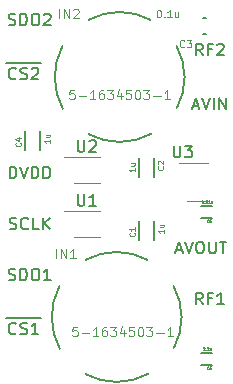
<source format=gbr>
G04 #@! TF.GenerationSoftware,KiCad,Pcbnew,5.0.2-bee76a0~70~ubuntu16.04.1*
G04 #@! TF.CreationDate,2019-01-24T21:22:35-05:00*
G04 #@! TF.ProjectId,pcb,7063622e-6b69-4636-9164-5f7063625858,v01*
G04 #@! TF.SameCoordinates,Original*
G04 #@! TF.FileFunction,Legend,Top*
G04 #@! TF.FilePolarity,Positive*
%FSLAX46Y46*%
G04 Gerber Fmt 4.6, Leading zero omitted, Abs format (unit mm)*
G04 Created by KiCad (PCBNEW 5.0.2-bee76a0~70~ubuntu16.04.1) date Thu 24 Jan 2019 09:22:35 PM EST*
%MOMM*%
%LPD*%
G01*
G04 APERTURE LIST*
%ADD10C,0.127000*%
%ADD11C,0.120000*%
%ADD12C,0.050000*%
%ADD13C,0.150000*%
G04 APERTURE END LIST*
D10*
G04 #@! TO.C,IN1*
X106351498Y-101827681D02*
G75*
G02X111612000Y-101853000I2607128J-4816911D01*
G01*
X104161942Y-109372600D02*
G75*
G02X104139000Y-104034000I4915015J2690471D01*
G01*
X111658600Y-111484058D02*
G75*
G02X106320000Y-111507000I-2690471J4915015D01*
G01*
X113795378Y-104061856D02*
G75*
G02X113817400Y-109296200I-4819268J-2637494D01*
G01*
G04 #@! TO.C,IN2*
X114049378Y-83741856D02*
G75*
G02X114071400Y-88976200I-4819268J-2637494D01*
G01*
X111912600Y-91164058D02*
G75*
G02X106574000Y-91187000I-2690471J4915015D01*
G01*
X104415942Y-89052600D02*
G75*
G02X104393000Y-83714000I4915015J2690471D01*
G01*
X106605498Y-81507681D02*
G75*
G02X111866000Y-81533000I2607128J-4816911D01*
G01*
D11*
G04 #@! TO.C,U1*
X107526000Y-99906000D02*
X105326000Y-99906000D01*
X107526000Y-97706000D02*
X104526000Y-97706000D01*
G04 #@! TO.C,U2*
X107526000Y-93134000D02*
X104526000Y-93134000D01*
X107526000Y-95334000D02*
X105326000Y-95334000D01*
G04 #@! TO.C,U3*
X114924000Y-96860000D02*
X116724000Y-96860000D01*
X116724000Y-93640000D02*
X114274000Y-93640000D01*
D10*
G04 #@! TO.C,C1*
X112151000Y-100114000D02*
X112151000Y-98514000D01*
X110861000Y-100114000D02*
X110861000Y-98514000D01*
G04 #@! TO.C,C2*
X112151000Y-93180000D02*
X112151000Y-94780000D01*
X110861000Y-93180000D02*
X110861000Y-94780000D01*
G04 #@! TO.C,C3*
X116548000Y-82692000D02*
X116248000Y-82692000D01*
X116548000Y-81392000D02*
X116248000Y-81392000D01*
G04 #@! TO.C,C4*
X101209000Y-92494000D02*
X101209000Y-90894000D01*
X102499000Y-92494000D02*
X102499000Y-90894000D01*
G04 #@! TO.C,C5*
X116086000Y-98270000D02*
X117086000Y-98270000D01*
X117086000Y-97310000D02*
X116086000Y-97310000D01*
G04 #@! TO.C,C6*
X116086000Y-110716000D02*
X117086000Y-110716000D01*
X117086000Y-109756000D02*
X116086000Y-109756000D01*
G04 #@! TO.C,IN1*
D12*
X103847055Y-101708332D02*
X103847055Y-100907387D01*
X104228457Y-101708332D02*
X104228457Y-100907387D01*
X104686140Y-101708332D01*
X104686140Y-100907387D01*
X105487085Y-101708332D02*
X105029402Y-101708332D01*
X105258243Y-101708332D02*
X105258243Y-100907387D01*
X105181963Y-101021807D01*
X105105682Y-101098088D01*
X105029402Y-101136228D01*
X105625625Y-107511818D02*
X105244598Y-107511818D01*
X105206496Y-107892845D01*
X105244598Y-107854743D01*
X105320804Y-107816640D01*
X105511317Y-107816640D01*
X105587523Y-107854743D01*
X105625625Y-107892845D01*
X105663728Y-107969051D01*
X105663728Y-108159564D01*
X105625625Y-108235770D01*
X105587523Y-108273873D01*
X105511317Y-108311975D01*
X105320804Y-108311975D01*
X105244598Y-108273873D01*
X105206496Y-108235770D01*
X106006653Y-108007154D02*
X106616296Y-108007154D01*
X107416453Y-108311975D02*
X106959220Y-108311975D01*
X107187837Y-108311975D02*
X107187837Y-107511818D01*
X107111631Y-107626126D01*
X107035426Y-107702332D01*
X106959220Y-107740435D01*
X108102302Y-107511818D02*
X107949891Y-107511818D01*
X107873686Y-107549921D01*
X107835583Y-107588024D01*
X107759377Y-107702332D01*
X107721275Y-107854743D01*
X107721275Y-108159564D01*
X107759377Y-108235770D01*
X107797480Y-108273873D01*
X107873686Y-108311975D01*
X108026096Y-108311975D01*
X108102302Y-108273873D01*
X108140405Y-108235770D01*
X108178507Y-108159564D01*
X108178507Y-107969051D01*
X108140405Y-107892845D01*
X108102302Y-107854743D01*
X108026096Y-107816640D01*
X107873686Y-107816640D01*
X107797480Y-107854743D01*
X107759377Y-107892845D01*
X107721275Y-107969051D01*
X108445226Y-107511818D02*
X108940562Y-107511818D01*
X108673843Y-107816640D01*
X108788151Y-107816640D01*
X108864356Y-107854743D01*
X108902459Y-107892845D01*
X108940562Y-107969051D01*
X108940562Y-108159564D01*
X108902459Y-108235770D01*
X108864356Y-108273873D01*
X108788151Y-108311975D01*
X108559534Y-108311975D01*
X108483329Y-108273873D01*
X108445226Y-108235770D01*
X109626410Y-107778537D02*
X109626410Y-108311975D01*
X109435897Y-107473716D02*
X109245383Y-108045256D01*
X109740719Y-108045256D01*
X110426567Y-107511818D02*
X110045540Y-107511818D01*
X110007438Y-107892845D01*
X110045540Y-107854743D01*
X110121746Y-107816640D01*
X110312259Y-107816640D01*
X110388465Y-107854743D01*
X110426567Y-107892845D01*
X110464670Y-107969051D01*
X110464670Y-108159564D01*
X110426567Y-108235770D01*
X110388465Y-108273873D01*
X110312259Y-108311975D01*
X110121746Y-108311975D01*
X110045540Y-108273873D01*
X110007438Y-108235770D01*
X110960005Y-107511818D02*
X111036211Y-107511818D01*
X111112416Y-107549921D01*
X111150519Y-107588024D01*
X111188622Y-107664229D01*
X111226724Y-107816640D01*
X111226724Y-108007154D01*
X111188622Y-108159564D01*
X111150519Y-108235770D01*
X111112416Y-108273873D01*
X111036211Y-108311975D01*
X110960005Y-108311975D01*
X110883800Y-108273873D01*
X110845697Y-108235770D01*
X110807595Y-108159564D01*
X110769492Y-108007154D01*
X110769492Y-107816640D01*
X110807595Y-107664229D01*
X110845697Y-107588024D01*
X110883800Y-107549921D01*
X110960005Y-107511818D01*
X111493443Y-107511818D02*
X111988779Y-107511818D01*
X111722060Y-107816640D01*
X111836368Y-107816640D01*
X111912573Y-107854743D01*
X111950676Y-107892845D01*
X111988779Y-107969051D01*
X111988779Y-108159564D01*
X111950676Y-108235770D01*
X111912573Y-108273873D01*
X111836368Y-108311975D01*
X111607752Y-108311975D01*
X111531546Y-108273873D01*
X111493443Y-108235770D01*
X112331703Y-108007154D02*
X112941347Y-108007154D01*
X113741504Y-108311975D02*
X113284271Y-108311975D01*
X113512887Y-108311975D02*
X113512887Y-107511818D01*
X113436682Y-107626126D01*
X113360476Y-107702332D01*
X113284271Y-107740435D01*
G04 #@! TO.C,IN2*
X104101055Y-81388332D02*
X104101055Y-80587387D01*
X104482457Y-81388332D02*
X104482457Y-80587387D01*
X104940140Y-81388332D01*
X104940140Y-80587387D01*
X105283402Y-80663667D02*
X105321542Y-80625527D01*
X105397823Y-80587387D01*
X105588524Y-80587387D01*
X105664804Y-80625527D01*
X105702945Y-80663667D01*
X105741085Y-80739948D01*
X105741085Y-80816228D01*
X105702945Y-80930649D01*
X105245262Y-81388332D01*
X105741085Y-81388332D01*
X105371625Y-87445818D02*
X104990598Y-87445818D01*
X104952496Y-87826845D01*
X104990598Y-87788743D01*
X105066804Y-87750640D01*
X105257317Y-87750640D01*
X105333523Y-87788743D01*
X105371625Y-87826845D01*
X105409728Y-87903051D01*
X105409728Y-88093564D01*
X105371625Y-88169770D01*
X105333523Y-88207873D01*
X105257317Y-88245975D01*
X105066804Y-88245975D01*
X104990598Y-88207873D01*
X104952496Y-88169770D01*
X105752653Y-87941154D02*
X106362296Y-87941154D01*
X107162453Y-88245975D02*
X106705220Y-88245975D01*
X106933837Y-88245975D02*
X106933837Y-87445818D01*
X106857631Y-87560126D01*
X106781426Y-87636332D01*
X106705220Y-87674435D01*
X107848302Y-87445818D02*
X107695891Y-87445818D01*
X107619686Y-87483921D01*
X107581583Y-87522024D01*
X107505377Y-87636332D01*
X107467275Y-87788743D01*
X107467275Y-88093564D01*
X107505377Y-88169770D01*
X107543480Y-88207873D01*
X107619686Y-88245975D01*
X107772096Y-88245975D01*
X107848302Y-88207873D01*
X107886405Y-88169770D01*
X107924507Y-88093564D01*
X107924507Y-87903051D01*
X107886405Y-87826845D01*
X107848302Y-87788743D01*
X107772096Y-87750640D01*
X107619686Y-87750640D01*
X107543480Y-87788743D01*
X107505377Y-87826845D01*
X107467275Y-87903051D01*
X108191226Y-87445818D02*
X108686562Y-87445818D01*
X108419843Y-87750640D01*
X108534151Y-87750640D01*
X108610356Y-87788743D01*
X108648459Y-87826845D01*
X108686562Y-87903051D01*
X108686562Y-88093564D01*
X108648459Y-88169770D01*
X108610356Y-88207873D01*
X108534151Y-88245975D01*
X108305534Y-88245975D01*
X108229329Y-88207873D01*
X108191226Y-88169770D01*
X109372410Y-87712537D02*
X109372410Y-88245975D01*
X109181897Y-87407716D02*
X108991383Y-87979256D01*
X109486719Y-87979256D01*
X110172567Y-87445818D02*
X109791540Y-87445818D01*
X109753438Y-87826845D01*
X109791540Y-87788743D01*
X109867746Y-87750640D01*
X110058259Y-87750640D01*
X110134465Y-87788743D01*
X110172567Y-87826845D01*
X110210670Y-87903051D01*
X110210670Y-88093564D01*
X110172567Y-88169770D01*
X110134465Y-88207873D01*
X110058259Y-88245975D01*
X109867746Y-88245975D01*
X109791540Y-88207873D01*
X109753438Y-88169770D01*
X110706005Y-87445818D02*
X110782211Y-87445818D01*
X110858416Y-87483921D01*
X110896519Y-87522024D01*
X110934622Y-87598229D01*
X110972724Y-87750640D01*
X110972724Y-87941154D01*
X110934622Y-88093564D01*
X110896519Y-88169770D01*
X110858416Y-88207873D01*
X110782211Y-88245975D01*
X110706005Y-88245975D01*
X110629800Y-88207873D01*
X110591697Y-88169770D01*
X110553595Y-88093564D01*
X110515492Y-87941154D01*
X110515492Y-87750640D01*
X110553595Y-87598229D01*
X110591697Y-87522024D01*
X110629800Y-87483921D01*
X110706005Y-87445818D01*
X111239443Y-87445818D02*
X111734779Y-87445818D01*
X111468060Y-87750640D01*
X111582368Y-87750640D01*
X111658573Y-87788743D01*
X111696676Y-87826845D01*
X111734779Y-87903051D01*
X111734779Y-88093564D01*
X111696676Y-88169770D01*
X111658573Y-88207873D01*
X111582368Y-88245975D01*
X111353752Y-88245975D01*
X111277546Y-88207873D01*
X111239443Y-88169770D01*
X112077703Y-87941154D02*
X112687347Y-87941154D01*
X113487504Y-88245975D02*
X113030271Y-88245975D01*
X113258887Y-88245975D02*
X113258887Y-87445818D01*
X113182682Y-87560126D01*
X113106476Y-87636332D01*
X113030271Y-87674435D01*
G04 #@! TO.C,RF1*
D13*
X116244761Y-105608380D02*
X115911428Y-105132190D01*
X115673333Y-105608380D02*
X115673333Y-104608380D01*
X116054285Y-104608380D01*
X116149523Y-104656000D01*
X116197142Y-104703619D01*
X116244761Y-104798857D01*
X116244761Y-104941714D01*
X116197142Y-105036952D01*
X116149523Y-105084571D01*
X116054285Y-105132190D01*
X115673333Y-105132190D01*
X117006666Y-105084571D02*
X116673333Y-105084571D01*
X116673333Y-105608380D02*
X116673333Y-104608380D01*
X117149523Y-104608380D01*
X118054285Y-105608380D02*
X117482857Y-105608380D01*
X117768571Y-105608380D02*
X117768571Y-104608380D01*
X117673333Y-104751238D01*
X117578095Y-104846476D01*
X117482857Y-104894095D01*
G04 #@! TO.C,RF2*
X116244761Y-84526380D02*
X115911428Y-84050190D01*
X115673333Y-84526380D02*
X115673333Y-83526380D01*
X116054285Y-83526380D01*
X116149523Y-83574000D01*
X116197142Y-83621619D01*
X116244761Y-83716857D01*
X116244761Y-83859714D01*
X116197142Y-83954952D01*
X116149523Y-84002571D01*
X116054285Y-84050190D01*
X115673333Y-84050190D01*
X117006666Y-84002571D02*
X116673333Y-84002571D01*
X116673333Y-84526380D02*
X116673333Y-83526380D01*
X117149523Y-83526380D01*
X117482857Y-83621619D02*
X117530476Y-83574000D01*
X117625714Y-83526380D01*
X117863809Y-83526380D01*
X117959047Y-83574000D01*
X118006666Y-83621619D01*
X118054285Y-83716857D01*
X118054285Y-83812095D01*
X118006666Y-83954952D01*
X117435238Y-84526380D01*
X118054285Y-84526380D01*
G04 #@! TO.C,SDO1*
X99814285Y-103528761D02*
X99957142Y-103576380D01*
X100195238Y-103576380D01*
X100290476Y-103528761D01*
X100338095Y-103481142D01*
X100385714Y-103385904D01*
X100385714Y-103290666D01*
X100338095Y-103195428D01*
X100290476Y-103147809D01*
X100195238Y-103100190D01*
X100004761Y-103052571D01*
X99909523Y-103004952D01*
X99861904Y-102957333D01*
X99814285Y-102862095D01*
X99814285Y-102766857D01*
X99861904Y-102671619D01*
X99909523Y-102624000D01*
X100004761Y-102576380D01*
X100242857Y-102576380D01*
X100385714Y-102624000D01*
X100814285Y-103576380D02*
X100814285Y-102576380D01*
X101052380Y-102576380D01*
X101195238Y-102624000D01*
X101290476Y-102719238D01*
X101338095Y-102814476D01*
X101385714Y-103004952D01*
X101385714Y-103147809D01*
X101338095Y-103338285D01*
X101290476Y-103433523D01*
X101195238Y-103528761D01*
X101052380Y-103576380D01*
X100814285Y-103576380D01*
X102004761Y-102576380D02*
X102195238Y-102576380D01*
X102290476Y-102624000D01*
X102385714Y-102719238D01*
X102433333Y-102909714D01*
X102433333Y-103243047D01*
X102385714Y-103433523D01*
X102290476Y-103528761D01*
X102195238Y-103576380D01*
X102004761Y-103576380D01*
X101909523Y-103528761D01*
X101814285Y-103433523D01*
X101766666Y-103243047D01*
X101766666Y-102909714D01*
X101814285Y-102719238D01*
X101909523Y-102624000D01*
X102004761Y-102576380D01*
X103385714Y-103576380D02*
X102814285Y-103576380D01*
X103100000Y-103576380D02*
X103100000Y-102576380D01*
X103004761Y-102719238D01*
X102909523Y-102814476D01*
X102814285Y-102862095D01*
G04 #@! TO.C,~CS1*
X99639619Y-106781000D02*
X100639619Y-106781000D01*
X100449142Y-108053142D02*
X100401523Y-108100761D01*
X100258666Y-108148380D01*
X100163428Y-108148380D01*
X100020571Y-108100761D01*
X99925333Y-108005523D01*
X99877714Y-107910285D01*
X99830095Y-107719809D01*
X99830095Y-107576952D01*
X99877714Y-107386476D01*
X99925333Y-107291238D01*
X100020571Y-107196000D01*
X100163428Y-107148380D01*
X100258666Y-107148380D01*
X100401523Y-107196000D01*
X100449142Y-107243619D01*
X100639619Y-106781000D02*
X101592000Y-106781000D01*
X100830095Y-108100761D02*
X100972952Y-108148380D01*
X101211047Y-108148380D01*
X101306285Y-108100761D01*
X101353904Y-108053142D01*
X101401523Y-107957904D01*
X101401523Y-107862666D01*
X101353904Y-107767428D01*
X101306285Y-107719809D01*
X101211047Y-107672190D01*
X101020571Y-107624571D01*
X100925333Y-107576952D01*
X100877714Y-107529333D01*
X100830095Y-107434095D01*
X100830095Y-107338857D01*
X100877714Y-107243619D01*
X100925333Y-107196000D01*
X101020571Y-107148380D01*
X101258666Y-107148380D01*
X101401523Y-107196000D01*
X101592000Y-106781000D02*
X102544380Y-106781000D01*
X102353904Y-108148380D02*
X101782476Y-108148380D01*
X102068190Y-108148380D02*
X102068190Y-107148380D01*
X101972952Y-107291238D01*
X101877714Y-107386476D01*
X101782476Y-107434095D01*
G04 #@! TO.C,SDO2*
X99814285Y-81938761D02*
X99957142Y-81986380D01*
X100195238Y-81986380D01*
X100290476Y-81938761D01*
X100338095Y-81891142D01*
X100385714Y-81795904D01*
X100385714Y-81700666D01*
X100338095Y-81605428D01*
X100290476Y-81557809D01*
X100195238Y-81510190D01*
X100004761Y-81462571D01*
X99909523Y-81414952D01*
X99861904Y-81367333D01*
X99814285Y-81272095D01*
X99814285Y-81176857D01*
X99861904Y-81081619D01*
X99909523Y-81034000D01*
X100004761Y-80986380D01*
X100242857Y-80986380D01*
X100385714Y-81034000D01*
X100814285Y-81986380D02*
X100814285Y-80986380D01*
X101052380Y-80986380D01*
X101195238Y-81034000D01*
X101290476Y-81129238D01*
X101338095Y-81224476D01*
X101385714Y-81414952D01*
X101385714Y-81557809D01*
X101338095Y-81748285D01*
X101290476Y-81843523D01*
X101195238Y-81938761D01*
X101052380Y-81986380D01*
X100814285Y-81986380D01*
X102004761Y-80986380D02*
X102195238Y-80986380D01*
X102290476Y-81034000D01*
X102385714Y-81129238D01*
X102433333Y-81319714D01*
X102433333Y-81653047D01*
X102385714Y-81843523D01*
X102290476Y-81938761D01*
X102195238Y-81986380D01*
X102004761Y-81986380D01*
X101909523Y-81938761D01*
X101814285Y-81843523D01*
X101766666Y-81653047D01*
X101766666Y-81319714D01*
X101814285Y-81129238D01*
X101909523Y-81034000D01*
X102004761Y-80986380D01*
X102814285Y-81081619D02*
X102861904Y-81034000D01*
X102957142Y-80986380D01*
X103195238Y-80986380D01*
X103290476Y-81034000D01*
X103338095Y-81081619D01*
X103385714Y-81176857D01*
X103385714Y-81272095D01*
X103338095Y-81414952D01*
X102766666Y-81986380D01*
X103385714Y-81986380D01*
G04 #@! TO.C,~CS2*
X99639619Y-85191000D02*
X100639619Y-85191000D01*
X100449142Y-86463142D02*
X100401523Y-86510761D01*
X100258666Y-86558380D01*
X100163428Y-86558380D01*
X100020571Y-86510761D01*
X99925333Y-86415523D01*
X99877714Y-86320285D01*
X99830095Y-86129809D01*
X99830095Y-85986952D01*
X99877714Y-85796476D01*
X99925333Y-85701238D01*
X100020571Y-85606000D01*
X100163428Y-85558380D01*
X100258666Y-85558380D01*
X100401523Y-85606000D01*
X100449142Y-85653619D01*
X100639619Y-85191000D02*
X101592000Y-85191000D01*
X100830095Y-86510761D02*
X100972952Y-86558380D01*
X101211047Y-86558380D01*
X101306285Y-86510761D01*
X101353904Y-86463142D01*
X101401523Y-86367904D01*
X101401523Y-86272666D01*
X101353904Y-86177428D01*
X101306285Y-86129809D01*
X101211047Y-86082190D01*
X101020571Y-86034571D01*
X100925333Y-85986952D01*
X100877714Y-85939333D01*
X100830095Y-85844095D01*
X100830095Y-85748857D01*
X100877714Y-85653619D01*
X100925333Y-85606000D01*
X101020571Y-85558380D01*
X101258666Y-85558380D01*
X101401523Y-85606000D01*
X101592000Y-85191000D02*
X102544380Y-85191000D01*
X101782476Y-85653619D02*
X101830095Y-85606000D01*
X101925333Y-85558380D01*
X102163428Y-85558380D01*
X102258666Y-85606000D01*
X102306285Y-85653619D01*
X102353904Y-85748857D01*
X102353904Y-85844095D01*
X102306285Y-85986952D01*
X101734857Y-86558380D01*
X102353904Y-86558380D01*
G04 #@! TO.C,SCLK*
X99909523Y-99210761D02*
X100052380Y-99258380D01*
X100290476Y-99258380D01*
X100385714Y-99210761D01*
X100433333Y-99163142D01*
X100480952Y-99067904D01*
X100480952Y-98972666D01*
X100433333Y-98877428D01*
X100385714Y-98829809D01*
X100290476Y-98782190D01*
X100100000Y-98734571D01*
X100004761Y-98686952D01*
X99957142Y-98639333D01*
X99909523Y-98544095D01*
X99909523Y-98448857D01*
X99957142Y-98353619D01*
X100004761Y-98306000D01*
X100100000Y-98258380D01*
X100338095Y-98258380D01*
X100480952Y-98306000D01*
X101480952Y-99163142D02*
X101433333Y-99210761D01*
X101290476Y-99258380D01*
X101195238Y-99258380D01*
X101052380Y-99210761D01*
X100957142Y-99115523D01*
X100909523Y-99020285D01*
X100861904Y-98829809D01*
X100861904Y-98686952D01*
X100909523Y-98496476D01*
X100957142Y-98401238D01*
X101052380Y-98306000D01*
X101195238Y-98258380D01*
X101290476Y-98258380D01*
X101433333Y-98306000D01*
X101480952Y-98353619D01*
X102385714Y-99258380D02*
X101909523Y-99258380D01*
X101909523Y-98258380D01*
X102719047Y-99258380D02*
X102719047Y-98258380D01*
X103290476Y-99258380D02*
X102861904Y-98686952D01*
X103290476Y-98258380D02*
X102719047Y-98829809D01*
G04 #@! TO.C,U1*
X105664095Y-96258380D02*
X105664095Y-97067904D01*
X105711714Y-97163142D01*
X105759333Y-97210761D01*
X105854571Y-97258380D01*
X106045047Y-97258380D01*
X106140285Y-97210761D01*
X106187904Y-97163142D01*
X106235523Y-97067904D01*
X106235523Y-96258380D01*
X107235523Y-97258380D02*
X106664095Y-97258380D01*
X106949809Y-97258380D02*
X106949809Y-96258380D01*
X106854571Y-96401238D01*
X106759333Y-96496476D01*
X106664095Y-96544095D01*
G04 #@! TO.C,U2*
X105664095Y-91686380D02*
X105664095Y-92495904D01*
X105711714Y-92591142D01*
X105759333Y-92638761D01*
X105854571Y-92686380D01*
X106045047Y-92686380D01*
X106140285Y-92638761D01*
X106187904Y-92591142D01*
X106235523Y-92495904D01*
X106235523Y-91686380D01*
X106664095Y-91781619D02*
X106711714Y-91734000D01*
X106806952Y-91686380D01*
X107045047Y-91686380D01*
X107140285Y-91734000D01*
X107187904Y-91781619D01*
X107235523Y-91876857D01*
X107235523Y-91972095D01*
X107187904Y-92114952D01*
X106616476Y-92686380D01*
X107235523Y-92686380D01*
G04 #@! TO.C,U3*
X113792095Y-92162380D02*
X113792095Y-92971904D01*
X113839714Y-93067142D01*
X113887333Y-93114761D01*
X113982571Y-93162380D01*
X114173047Y-93162380D01*
X114268285Y-93114761D01*
X114315904Y-93067142D01*
X114363523Y-92971904D01*
X114363523Y-92162380D01*
X114744476Y-92162380D02*
X115363523Y-92162380D01*
X115030190Y-92543333D01*
X115173047Y-92543333D01*
X115268285Y-92590952D01*
X115315904Y-92638571D01*
X115363523Y-92733809D01*
X115363523Y-92971904D01*
X115315904Y-93067142D01*
X115268285Y-93114761D01*
X115173047Y-93162380D01*
X114887333Y-93162380D01*
X114792095Y-93114761D01*
X114744476Y-93067142D01*
G04 #@! TO.C,C1*
D12*
X110479060Y-99537142D02*
X110501952Y-99560034D01*
X110524844Y-99628710D01*
X110524844Y-99674494D01*
X110501952Y-99743170D01*
X110456168Y-99788954D01*
X110410384Y-99811846D01*
X110318816Y-99834738D01*
X110250140Y-99834738D01*
X110158572Y-99811846D01*
X110112788Y-99788954D01*
X110067004Y-99743170D01*
X110044112Y-99674494D01*
X110044112Y-99628710D01*
X110067004Y-99560034D01*
X110089896Y-99537142D01*
X110524844Y-99079302D02*
X110524844Y-99354006D01*
X110524844Y-99216654D02*
X110044112Y-99216654D01*
X110112788Y-99262438D01*
X110158572Y-99308222D01*
X110181464Y-99354006D01*
X112943591Y-99266959D02*
X112943591Y-99541482D01*
X112943591Y-99404221D02*
X112463175Y-99404221D01*
X112531805Y-99449974D01*
X112577559Y-99495728D01*
X112600436Y-99541482D01*
X112623313Y-98855174D02*
X112943591Y-98855174D01*
X112623313Y-99061066D02*
X112874960Y-99061066D01*
X112920714Y-99038189D01*
X112943591Y-98992435D01*
X112943591Y-98923805D01*
X112920714Y-98878051D01*
X112897837Y-98855174D01*
G04 #@! TO.C,C2*
X112876320Y-93917102D02*
X112899212Y-93939994D01*
X112922104Y-94008670D01*
X112922104Y-94054454D01*
X112899212Y-94123130D01*
X112853428Y-94168914D01*
X112807644Y-94191806D01*
X112716076Y-94214698D01*
X112647400Y-94214698D01*
X112555832Y-94191806D01*
X112510048Y-94168914D01*
X112464264Y-94123130D01*
X112441372Y-94054454D01*
X112441372Y-94008670D01*
X112464264Y-93939994D01*
X112487156Y-93917102D01*
X112487156Y-93733966D02*
X112464264Y-93711074D01*
X112441372Y-93665290D01*
X112441372Y-93550830D01*
X112464264Y-93505046D01*
X112487156Y-93482154D01*
X112532940Y-93459262D01*
X112578724Y-93459262D01*
X112647400Y-93482154D01*
X112922104Y-93756858D01*
X112922104Y-93459262D01*
X110503071Y-94060069D02*
X110503071Y-94334592D01*
X110503071Y-94197331D02*
X110022655Y-94197331D01*
X110091285Y-94243084D01*
X110137039Y-94288838D01*
X110159916Y-94334592D01*
X110182793Y-93648284D02*
X110503071Y-93648284D01*
X110182793Y-93854176D02*
X110434440Y-93854176D01*
X110480194Y-93831299D01*
X110503071Y-93785545D01*
X110503071Y-93716915D01*
X110480194Y-93671161D01*
X110457317Y-93648284D01*
G04 #@! TO.C,C3*
X114703013Y-83790971D02*
X114673016Y-83820968D01*
X114583028Y-83850964D01*
X114523035Y-83850964D01*
X114433047Y-83820968D01*
X114373054Y-83760975D01*
X114343058Y-83700983D01*
X114313062Y-83580998D01*
X114313062Y-83491009D01*
X114343058Y-83371024D01*
X114373054Y-83311031D01*
X114433047Y-83251039D01*
X114523035Y-83221043D01*
X114583028Y-83221043D01*
X114673016Y-83251039D01*
X114703013Y-83281035D01*
X114912986Y-83221043D02*
X115302937Y-83221043D01*
X115092964Y-83461013D01*
X115182952Y-83461013D01*
X115242945Y-83491009D01*
X115272941Y-83521005D01*
X115302937Y-83580998D01*
X115302937Y-83730979D01*
X115272941Y-83790971D01*
X115242945Y-83820968D01*
X115182952Y-83850964D01*
X115002975Y-83850964D01*
X114942983Y-83820968D01*
X114912986Y-83790971D01*
X112519095Y-80681043D02*
X112579088Y-80681043D01*
X112639080Y-80711039D01*
X112669077Y-80741035D01*
X112699073Y-80801028D01*
X112729069Y-80921013D01*
X112729069Y-81070994D01*
X112699073Y-81190979D01*
X112669077Y-81250971D01*
X112639080Y-81280968D01*
X112579088Y-81310964D01*
X112519095Y-81310964D01*
X112459103Y-81280968D01*
X112429107Y-81250971D01*
X112399110Y-81190979D01*
X112369114Y-81070994D01*
X112369114Y-80921013D01*
X112399110Y-80801028D01*
X112429107Y-80741035D01*
X112459103Y-80711039D01*
X112519095Y-80681043D01*
X112999035Y-81250971D02*
X113029031Y-81280968D01*
X112999035Y-81310964D01*
X112969039Y-81280968D01*
X112999035Y-81250971D01*
X112999035Y-81310964D01*
X113628956Y-81310964D02*
X113269001Y-81310964D01*
X113448979Y-81310964D02*
X113448979Y-80681043D01*
X113388986Y-80771031D01*
X113328994Y-80831024D01*
X113269001Y-80861020D01*
X114168889Y-80891016D02*
X114168889Y-81310964D01*
X113898922Y-80891016D02*
X113898922Y-81220975D01*
X113928919Y-81280968D01*
X113988911Y-81310964D01*
X114078900Y-81310964D01*
X114138892Y-81280968D01*
X114168889Y-81250971D01*
G04 #@! TO.C,C4*
X100827060Y-91917142D02*
X100849952Y-91940034D01*
X100872844Y-92008710D01*
X100872844Y-92054494D01*
X100849952Y-92123170D01*
X100804168Y-92168954D01*
X100758384Y-92191846D01*
X100666816Y-92214738D01*
X100598140Y-92214738D01*
X100506572Y-92191846D01*
X100460788Y-92168954D01*
X100415004Y-92123170D01*
X100392112Y-92054494D01*
X100392112Y-92008710D01*
X100415004Y-91940034D01*
X100437896Y-91917142D01*
X100552356Y-91505086D02*
X100872844Y-91505086D01*
X100369220Y-91619546D02*
X100712600Y-91734006D01*
X100712600Y-91436410D01*
X103291591Y-91646959D02*
X103291591Y-91921482D01*
X103291591Y-91784221D02*
X102811175Y-91784221D01*
X102879805Y-91829974D01*
X102925559Y-91875728D01*
X102948436Y-91921482D01*
X102971313Y-91235174D02*
X103291591Y-91235174D01*
X102971313Y-91441066D02*
X103222960Y-91441066D01*
X103268714Y-91418189D01*
X103291591Y-91372435D01*
X103291591Y-91303805D01*
X103268714Y-91258051D01*
X103245837Y-91235174D01*
G04 #@! TO.C,C5*
X116737574Y-98634599D02*
X116726057Y-98646116D01*
X116691506Y-98657633D01*
X116668472Y-98657633D01*
X116633922Y-98646116D01*
X116610888Y-98623082D01*
X116599371Y-98600048D01*
X116587854Y-98553981D01*
X116587854Y-98519430D01*
X116599371Y-98473363D01*
X116610888Y-98450329D01*
X116633922Y-98427296D01*
X116668472Y-98415779D01*
X116691506Y-98415779D01*
X116726057Y-98427296D01*
X116737574Y-98438812D01*
X116956394Y-98415779D02*
X116841225Y-98415779D01*
X116829708Y-98530947D01*
X116841225Y-98519430D01*
X116864259Y-98507914D01*
X116921843Y-98507914D01*
X116944877Y-98519430D01*
X116956394Y-98530947D01*
X116967911Y-98553981D01*
X116967911Y-98611565D01*
X116956394Y-98634599D01*
X116944877Y-98646116D01*
X116921843Y-98657633D01*
X116864259Y-98657633D01*
X116841225Y-98646116D01*
X116829708Y-98634599D01*
X116215473Y-96803491D02*
X116238504Y-96803491D01*
X116261536Y-96815007D01*
X116273052Y-96826523D01*
X116284568Y-96849555D01*
X116296084Y-96895618D01*
X116296084Y-96953197D01*
X116284568Y-96999261D01*
X116273052Y-97022292D01*
X116261536Y-97033808D01*
X116238504Y-97045324D01*
X116215473Y-97045324D01*
X116192441Y-97033808D01*
X116180925Y-97022292D01*
X116169409Y-96999261D01*
X116157893Y-96953197D01*
X116157893Y-96895618D01*
X116169409Y-96849555D01*
X116180925Y-96826523D01*
X116192441Y-96815007D01*
X116215473Y-96803491D01*
X116399726Y-97022292D02*
X116411242Y-97033808D01*
X116399726Y-97045324D01*
X116388210Y-97033808D01*
X116399726Y-97022292D01*
X116399726Y-97045324D01*
X116560948Y-96803491D02*
X116583980Y-96803491D01*
X116607012Y-96815007D01*
X116618528Y-96826523D01*
X116630043Y-96849555D01*
X116641559Y-96895618D01*
X116641559Y-96953197D01*
X116630043Y-96999261D01*
X116618528Y-97022292D01*
X116607012Y-97033808D01*
X116583980Y-97045324D01*
X116560948Y-97045324D01*
X116537917Y-97033808D01*
X116526401Y-97022292D01*
X116514885Y-96999261D01*
X116503369Y-96953197D01*
X116503369Y-96895618D01*
X116514885Y-96849555D01*
X116526401Y-96826523D01*
X116537917Y-96815007D01*
X116560948Y-96803491D01*
X116871876Y-97045324D02*
X116733686Y-97045324D01*
X116802781Y-97045324D02*
X116802781Y-96803491D01*
X116779750Y-96838039D01*
X116756718Y-96861070D01*
X116733686Y-96872586D01*
X117079162Y-96884102D02*
X117079162Y-97045324D01*
X116975519Y-96884102D02*
X116975519Y-97010777D01*
X116987035Y-97033808D01*
X117010067Y-97045324D01*
X117044614Y-97045324D01*
X117067646Y-97033808D01*
X117079162Y-97022292D01*
G04 #@! TO.C,C6*
X116737574Y-111080599D02*
X116726057Y-111092116D01*
X116691506Y-111103633D01*
X116668472Y-111103633D01*
X116633922Y-111092116D01*
X116610888Y-111069082D01*
X116599371Y-111046048D01*
X116587854Y-110999981D01*
X116587854Y-110965430D01*
X116599371Y-110919363D01*
X116610888Y-110896329D01*
X116633922Y-110873296D01*
X116668472Y-110861779D01*
X116691506Y-110861779D01*
X116726057Y-110873296D01*
X116737574Y-110884812D01*
X116944877Y-110861779D02*
X116898810Y-110861779D01*
X116875776Y-110873296D01*
X116864259Y-110884812D01*
X116841225Y-110919363D01*
X116829708Y-110965430D01*
X116829708Y-111057565D01*
X116841225Y-111080599D01*
X116852742Y-111092116D01*
X116875776Y-111103633D01*
X116921843Y-111103633D01*
X116944877Y-111092116D01*
X116956394Y-111080599D01*
X116967911Y-111057565D01*
X116967911Y-110999981D01*
X116956394Y-110976947D01*
X116944877Y-110965430D01*
X116921843Y-110953914D01*
X116875776Y-110953914D01*
X116852742Y-110965430D01*
X116841225Y-110976947D01*
X116829708Y-110999981D01*
X116273052Y-109272523D02*
X116284568Y-109261007D01*
X116307599Y-109249491D01*
X116365179Y-109249491D01*
X116388210Y-109261007D01*
X116399726Y-109272523D01*
X116411242Y-109295555D01*
X116411242Y-109318586D01*
X116399726Y-109353134D01*
X116261536Y-109491324D01*
X116411242Y-109491324D01*
X116514885Y-109468292D02*
X116526401Y-109479808D01*
X116514885Y-109491324D01*
X116503369Y-109479808D01*
X116514885Y-109468292D01*
X116514885Y-109491324D01*
X116618528Y-109272523D02*
X116630043Y-109261007D01*
X116653075Y-109249491D01*
X116710654Y-109249491D01*
X116733686Y-109261007D01*
X116745202Y-109272523D01*
X116756718Y-109295555D01*
X116756718Y-109318586D01*
X116745202Y-109353134D01*
X116607012Y-109491324D01*
X116756718Y-109491324D01*
X116964003Y-109330102D02*
X116964003Y-109491324D01*
X116860361Y-109330102D02*
X116860361Y-109456777D01*
X116871876Y-109479808D01*
X116894908Y-109491324D01*
X116929456Y-109491324D01*
X116952487Y-109479808D01*
X116964003Y-109468292D01*
G04 #@! TO.C,AVIN*
D13*
X115411428Y-88812666D02*
X115887619Y-88812666D01*
X115316190Y-89098380D02*
X115649523Y-88098380D01*
X115982857Y-89098380D01*
X116173333Y-88098380D02*
X116506666Y-89098380D01*
X116840000Y-88098380D01*
X117173333Y-89098380D02*
X117173333Y-88098380D01*
X117649523Y-89098380D02*
X117649523Y-88098380D01*
X118220952Y-89098380D01*
X118220952Y-88098380D01*
G04 #@! TO.C,DVDD*
X99909523Y-94940380D02*
X99909523Y-93940380D01*
X100147619Y-93940380D01*
X100290476Y-93988000D01*
X100385714Y-94083238D01*
X100433333Y-94178476D01*
X100480952Y-94368952D01*
X100480952Y-94511809D01*
X100433333Y-94702285D01*
X100385714Y-94797523D01*
X100290476Y-94892761D01*
X100147619Y-94940380D01*
X99909523Y-94940380D01*
X100766666Y-93940380D02*
X101100000Y-94940380D01*
X101433333Y-93940380D01*
X101766666Y-94940380D02*
X101766666Y-93940380D01*
X102004761Y-93940380D01*
X102147619Y-93988000D01*
X102242857Y-94083238D01*
X102290476Y-94178476D01*
X102338095Y-94368952D01*
X102338095Y-94511809D01*
X102290476Y-94702285D01*
X102242857Y-94797523D01*
X102147619Y-94892761D01*
X102004761Y-94940380D01*
X101766666Y-94940380D01*
X102766666Y-94940380D02*
X102766666Y-93940380D01*
X103004761Y-93940380D01*
X103147619Y-93988000D01*
X103242857Y-94083238D01*
X103290476Y-94178476D01*
X103338095Y-94368952D01*
X103338095Y-94511809D01*
X103290476Y-94702285D01*
X103242857Y-94797523D01*
X103147619Y-94892761D01*
X103004761Y-94940380D01*
X102766666Y-94940380D01*
G04 #@! TO.C,AVOUT*
X113982761Y-101004666D02*
X114458952Y-101004666D01*
X113887523Y-101290380D02*
X114220857Y-100290380D01*
X114554190Y-101290380D01*
X114744666Y-100290380D02*
X115078000Y-101290380D01*
X115411333Y-100290380D01*
X115935142Y-100290380D02*
X116125619Y-100290380D01*
X116220857Y-100338000D01*
X116316095Y-100433238D01*
X116363714Y-100623714D01*
X116363714Y-100957047D01*
X116316095Y-101147523D01*
X116220857Y-101242761D01*
X116125619Y-101290380D01*
X115935142Y-101290380D01*
X115839904Y-101242761D01*
X115744666Y-101147523D01*
X115697047Y-100957047D01*
X115697047Y-100623714D01*
X115744666Y-100433238D01*
X115839904Y-100338000D01*
X115935142Y-100290380D01*
X116792285Y-100290380D02*
X116792285Y-101099904D01*
X116839904Y-101195142D01*
X116887523Y-101242761D01*
X116982761Y-101290380D01*
X117173238Y-101290380D01*
X117268476Y-101242761D01*
X117316095Y-101195142D01*
X117363714Y-101099904D01*
X117363714Y-100290380D01*
X117697047Y-100290380D02*
X118268476Y-100290380D01*
X117982761Y-101290380D02*
X117982761Y-100290380D01*
G04 #@! TD*
M02*

</source>
